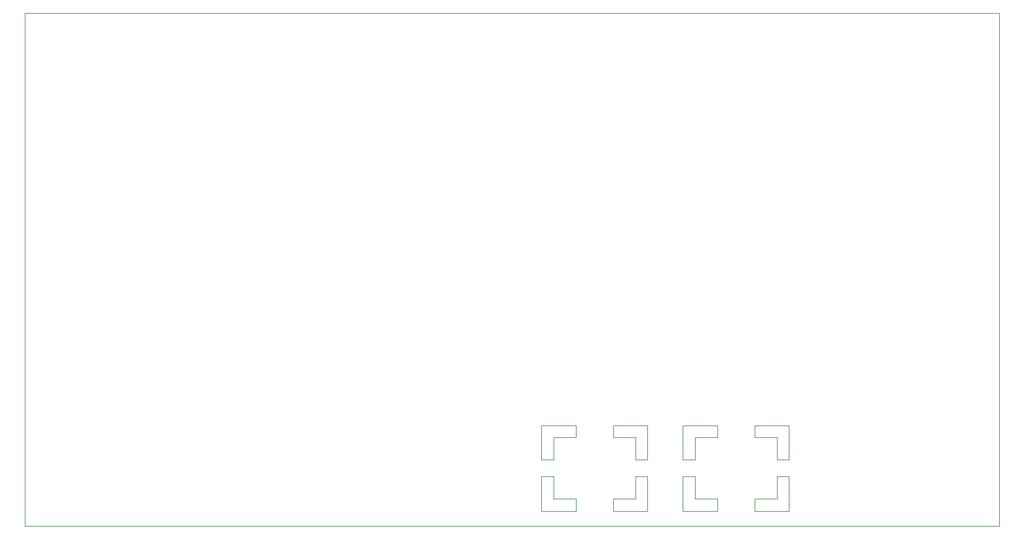
<source format=gbr>
G04 #@! TF.GenerationSoftware,KiCad,Pcbnew,9.0.3*
G04 #@! TF.CreationDate,2025-08-15T00:00:32+02:00*
G04 #@! TF.ProjectId,MADC_ARTY,4d414443-5f41-4525-9459-2e6b69636164,rev?*
G04 #@! TF.SameCoordinates,Original*
G04 #@! TF.FileFunction,Profile,NP*
%FSLAX46Y46*%
G04 Gerber Fmt 4.6, Leading zero omitted, Abs format (unit mm)*
G04 Created by KiCad (PCBNEW 9.0.3) date 2025-08-15 00:00:32*
%MOMM*%
%LPD*%
G01*
G04 APERTURE LIST*
G04 #@! TA.AperFunction,Profile*
%ADD10C,0.050000*%
G04 #@! TD*
G04 APERTURE END LIST*
D10*
X168275000Y-97917000D02*
X171323000Y-97917000D01*
X179451000Y-103251000D02*
X177800000Y-103251000D01*
X177800000Y-103251000D02*
X177800000Y-107950000D01*
X168275000Y-107950000D02*
X172974000Y-107950000D01*
X168275000Y-96266000D02*
X172974000Y-96266000D01*
X192278000Y-103251000D02*
X192278000Y-107950000D01*
X192278000Y-100965000D02*
X192278000Y-96266000D01*
X182499000Y-107950000D02*
X177800000Y-107950000D01*
X158496000Y-103251000D02*
X158496000Y-107950000D01*
X158496000Y-100965000D02*
X160147000Y-100965000D01*
X192278000Y-103251000D02*
X190627000Y-103251000D01*
X163195000Y-96266000D02*
X158496000Y-96266000D01*
X187579000Y-106299000D02*
X187579000Y-107950000D01*
X163195000Y-97917000D02*
X163195000Y-96266000D01*
X160147000Y-103251000D02*
X160147000Y-106299000D01*
X190627000Y-103251000D02*
X190627000Y-106299000D01*
X177800000Y-100965000D02*
X177800000Y-96266000D01*
X179451000Y-100965000D02*
X179451000Y-97917000D01*
X187579000Y-96266000D02*
X187579000Y-97917000D01*
X187579000Y-96266000D02*
X192278000Y-96266000D01*
X187579000Y-107950000D02*
X192278000Y-107950000D01*
X171323000Y-100965000D02*
X171323000Y-97917000D01*
X163195000Y-106299000D02*
X160147000Y-106299000D01*
X160147000Y-103251000D02*
X158496000Y-103251000D01*
X190627000Y-100965000D02*
X192278000Y-100965000D01*
X187579000Y-106299000D02*
X190627000Y-106299000D01*
X187579000Y-97917000D02*
X190627000Y-97917000D01*
X163195000Y-107950000D02*
X163195000Y-106299000D01*
X182499000Y-97917000D02*
X179451000Y-97917000D01*
X163195000Y-97917000D02*
X160147000Y-97917000D01*
X171323000Y-103251000D02*
X171323000Y-106299000D01*
X179451000Y-103251000D02*
X179451000Y-106299000D01*
X182499000Y-96266000D02*
X177800000Y-96266000D01*
X163195000Y-107950000D02*
X158496000Y-107950000D01*
X168275000Y-106299000D02*
X168275000Y-107950000D01*
X172974000Y-103251000D02*
X171323000Y-103251000D01*
X158496000Y-100965000D02*
X158496000Y-96266000D01*
X168275000Y-106299000D02*
X171323000Y-106299000D01*
X172974000Y-100965000D02*
X172974000Y-96266000D01*
X160147000Y-100965000D02*
X160147000Y-97917000D01*
X190627000Y-100965000D02*
X190627000Y-97917000D01*
X182499000Y-107950000D02*
X182499000Y-106299000D01*
X168275000Y-96266000D02*
X168275000Y-97917000D01*
X88000000Y-40000000D02*
X221000000Y-40000000D01*
X221000000Y-110000000D01*
X88000000Y-110000000D01*
X88000000Y-40000000D01*
X172974000Y-103251000D02*
X172974000Y-107950000D01*
X177800000Y-100965000D02*
X179451000Y-100965000D01*
X171323000Y-100965000D02*
X172974000Y-100965000D01*
X182499000Y-106299000D02*
X179451000Y-106299000D01*
X182499000Y-97917000D02*
X182499000Y-96266000D01*
M02*

</source>
